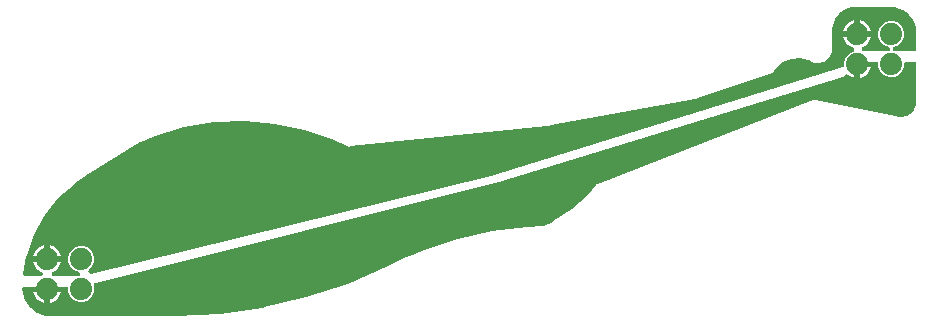
<source format=gbl>
G04 EAGLE Gerber X2 export*
G75*
%MOMM*%
%FSLAX34Y34*%
%LPD*%
%AMOC8*
5,1,8,0,0,1.08239X$1,22.5*%
G01*
%ADD10C,1.879600*%

G36*
X17901Y36081D02*
X17901Y36081D01*
X18028Y36084D01*
X18101Y36101D01*
X18176Y36109D01*
X18297Y36146D01*
X18420Y36174D01*
X18489Y36205D01*
X18561Y36227D01*
X18672Y36287D01*
X18788Y36339D01*
X18849Y36383D01*
X18915Y36419D01*
X19012Y36499D01*
X19115Y36573D01*
X19167Y36628D01*
X19224Y36676D01*
X19304Y36775D01*
X19390Y36867D01*
X19430Y36931D01*
X19477Y36990D01*
X19535Y37102D01*
X19601Y37210D01*
X19628Y37281D01*
X19662Y37347D01*
X19697Y37469D01*
X19741Y37587D01*
X19753Y37662D01*
X19774Y37734D01*
X19784Y37860D01*
X19804Y37985D01*
X19800Y38060D01*
X19807Y38136D01*
X19792Y38261D01*
X19787Y38387D01*
X19768Y38461D01*
X19760Y38535D01*
X19721Y38655D01*
X19690Y38778D01*
X19658Y38847D01*
X19635Y38918D01*
X19573Y39028D01*
X19519Y39143D01*
X19474Y39203D01*
X19437Y39269D01*
X19354Y39365D01*
X19279Y39466D01*
X19223Y39516D01*
X19174Y39574D01*
X19074Y39651D01*
X18980Y39736D01*
X18906Y39782D01*
X18856Y39820D01*
X18790Y39853D01*
X18698Y39910D01*
X17365Y40589D01*
X15844Y41694D01*
X14516Y43022D01*
X13411Y44543D01*
X12558Y46217D01*
X11977Y48004D01*
X11937Y48261D01*
X23114Y48261D01*
X23132Y48262D01*
X23149Y48261D01*
X23332Y48282D01*
X23514Y48301D01*
X23531Y48306D01*
X23549Y48308D01*
X23627Y48333D01*
X23764Y48294D01*
X23782Y48292D01*
X23799Y48288D01*
X24130Y48261D01*
X35307Y48261D01*
X35267Y48004D01*
X34686Y46217D01*
X33833Y44543D01*
X32728Y43022D01*
X31400Y41694D01*
X29879Y40589D01*
X28546Y39910D01*
X28440Y39842D01*
X28329Y39781D01*
X28271Y39733D01*
X28207Y39692D01*
X28116Y39604D01*
X28020Y39524D01*
X27972Y39465D01*
X27918Y39412D01*
X27846Y39308D01*
X27767Y39210D01*
X27733Y39143D01*
X27690Y39081D01*
X27640Y38965D01*
X27582Y38853D01*
X27561Y38780D01*
X27531Y38711D01*
X27505Y38587D01*
X27470Y38466D01*
X27464Y38391D01*
X27449Y38317D01*
X27448Y38190D01*
X27437Y38064D01*
X27446Y37990D01*
X27446Y37914D01*
X27470Y37790D01*
X27484Y37665D01*
X27508Y37593D01*
X27522Y37519D01*
X27570Y37402D01*
X27609Y37282D01*
X27646Y37216D01*
X27675Y37146D01*
X27745Y37041D01*
X27807Y36931D01*
X27856Y36874D01*
X27898Y36811D01*
X27988Y36722D01*
X28070Y36627D01*
X28130Y36580D01*
X28183Y36527D01*
X28289Y36457D01*
X28388Y36380D01*
X28456Y36346D01*
X28519Y36304D01*
X28636Y36257D01*
X28749Y36200D01*
X28822Y36181D01*
X28892Y36152D01*
X29015Y36129D01*
X29138Y36096D01*
X29225Y36089D01*
X29287Y36077D01*
X29360Y36078D01*
X29468Y36069D01*
X49388Y36069D01*
X49393Y36069D01*
X49397Y36069D01*
X49591Y36089D01*
X49789Y36109D01*
X49793Y36110D01*
X49797Y36110D01*
X49983Y36168D01*
X50174Y36227D01*
X50178Y36229D01*
X50182Y36230D01*
X50353Y36324D01*
X50528Y36419D01*
X50531Y36421D01*
X50535Y36424D01*
X50686Y36551D01*
X50837Y36676D01*
X50840Y36680D01*
X50843Y36683D01*
X50966Y36837D01*
X51089Y36990D01*
X51091Y36994D01*
X51094Y36998D01*
X51184Y37172D01*
X51275Y37347D01*
X51276Y37352D01*
X51278Y37356D01*
X51330Y37539D01*
X51386Y37734D01*
X51387Y37739D01*
X51388Y37743D01*
X51403Y37936D01*
X51419Y38136D01*
X51419Y38140D01*
X51419Y38144D01*
X51395Y38338D01*
X51372Y38535D01*
X51371Y38540D01*
X51370Y38544D01*
X51309Y38728D01*
X51247Y38918D01*
X51245Y38922D01*
X51244Y38926D01*
X51147Y39096D01*
X51049Y39269D01*
X51047Y39272D01*
X51044Y39276D01*
X50913Y39427D01*
X50786Y39574D01*
X50783Y39576D01*
X50780Y39580D01*
X50623Y39700D01*
X50468Y39820D01*
X50464Y39822D01*
X50461Y39825D01*
X50165Y39977D01*
X46391Y41540D01*
X43318Y44613D01*
X41655Y48627D01*
X41655Y52973D01*
X43318Y56987D01*
X46391Y60060D01*
X50405Y61723D01*
X54751Y61723D01*
X58765Y60060D01*
X61838Y56987D01*
X63501Y52973D01*
X63501Y48627D01*
X61838Y44613D01*
X59156Y41931D01*
X59124Y41891D01*
X59086Y41857D01*
X58996Y41736D01*
X58901Y41619D01*
X58877Y41574D01*
X58847Y41533D01*
X58783Y41397D01*
X58712Y41264D01*
X58698Y41215D01*
X58676Y41169D01*
X58640Y41022D01*
X58597Y40878D01*
X58593Y40827D01*
X58581Y40777D01*
X58575Y40627D01*
X58561Y40477D01*
X58566Y40426D01*
X58564Y40375D01*
X58588Y40226D01*
X58604Y40076D01*
X58620Y40028D01*
X58628Y39977D01*
X58680Y39836D01*
X58726Y39693D01*
X58751Y39648D01*
X58768Y39600D01*
X58848Y39472D01*
X58921Y39340D01*
X58954Y39301D01*
X58980Y39258D01*
X59084Y39148D01*
X59181Y39033D01*
X59221Y39002D01*
X59256Y38964D01*
X59379Y38877D01*
X59497Y38784D01*
X59543Y38761D01*
X59584Y38731D01*
X59722Y38670D01*
X59856Y38601D01*
X59905Y38588D01*
X59952Y38567D01*
X60098Y38534D01*
X60244Y38493D01*
X60295Y38490D01*
X60344Y38478D01*
X60495Y38475D01*
X60645Y38464D01*
X60696Y38470D01*
X60747Y38469D01*
X60976Y38506D01*
X61045Y38514D01*
X61058Y38519D01*
X61075Y38521D01*
X399262Y121217D01*
X399312Y121234D01*
X399380Y121249D01*
X697068Y213331D01*
X697175Y213376D01*
X697286Y213412D01*
X697361Y213454D01*
X697439Y213487D01*
X697535Y213553D01*
X697637Y213610D01*
X697701Y213666D01*
X697772Y213714D01*
X697854Y213797D01*
X697942Y213873D01*
X697994Y213941D01*
X698054Y214002D01*
X698117Y214100D01*
X698188Y214191D01*
X698226Y214268D01*
X698273Y214339D01*
X698316Y214448D01*
X698368Y214552D01*
X698390Y214634D01*
X698421Y214714D01*
X698442Y214828D01*
X698472Y214941D01*
X698480Y215041D01*
X698493Y215110D01*
X698492Y215177D01*
X698499Y215271D01*
X698499Y218073D01*
X700162Y222087D01*
X703235Y225160D01*
X705721Y226190D01*
X705799Y226232D01*
X705882Y226265D01*
X705976Y226326D01*
X706076Y226380D01*
X706144Y226436D01*
X706218Y226485D01*
X706299Y226564D01*
X706386Y226636D01*
X706442Y226705D01*
X706505Y226767D01*
X706569Y226861D01*
X706640Y226949D01*
X706681Y227027D01*
X706731Y227101D01*
X706774Y227205D01*
X706827Y227305D01*
X706852Y227390D01*
X706886Y227472D01*
X706908Y227583D01*
X706940Y227692D01*
X706948Y227780D01*
X706965Y227867D01*
X706965Y227980D01*
X706975Y228093D01*
X706965Y228181D01*
X706965Y228270D01*
X706942Y228381D01*
X706929Y228493D01*
X706902Y228578D01*
X706885Y228664D01*
X706841Y228769D01*
X706806Y228876D01*
X706763Y228954D01*
X706729Y229036D01*
X706665Y229129D01*
X706610Y229228D01*
X706552Y229295D01*
X706502Y229369D01*
X706422Y229448D01*
X706348Y229534D01*
X706278Y229588D01*
X706215Y229650D01*
X706120Y229712D01*
X706031Y229782D01*
X705952Y229822D01*
X705877Y229870D01*
X705747Y229925D01*
X705671Y229963D01*
X705627Y229975D01*
X705571Y229998D01*
X704839Y230236D01*
X703165Y231089D01*
X701644Y232194D01*
X700316Y233522D01*
X699211Y235043D01*
X698358Y236717D01*
X697777Y238504D01*
X697737Y238761D01*
X708914Y238761D01*
X708932Y238762D01*
X708949Y238761D01*
X709132Y238782D01*
X709314Y238801D01*
X709331Y238806D01*
X709349Y238808D01*
X709427Y238833D01*
X709564Y238794D01*
X709582Y238792D01*
X709599Y238788D01*
X709930Y238761D01*
X721107Y238761D01*
X721067Y238504D01*
X720486Y236717D01*
X719633Y235043D01*
X718528Y233522D01*
X717200Y232194D01*
X715679Y231089D01*
X714346Y230410D01*
X714240Y230342D01*
X714129Y230281D01*
X714071Y230233D01*
X714007Y230192D01*
X713916Y230104D01*
X713820Y230024D01*
X713772Y229965D01*
X713718Y229912D01*
X713646Y229808D01*
X713567Y229710D01*
X713533Y229643D01*
X713490Y229581D01*
X713440Y229465D01*
X713382Y229353D01*
X713361Y229280D01*
X713331Y229211D01*
X713305Y229087D01*
X713270Y228966D01*
X713264Y228891D01*
X713249Y228817D01*
X713248Y228690D01*
X713237Y228564D01*
X713246Y228490D01*
X713246Y228414D01*
X713270Y228290D01*
X713284Y228165D01*
X713308Y228093D01*
X713322Y228019D01*
X713370Y227902D01*
X713409Y227782D01*
X713446Y227716D01*
X713475Y227646D01*
X713545Y227541D01*
X713607Y227431D01*
X713656Y227374D01*
X713698Y227311D01*
X713788Y227222D01*
X713870Y227127D01*
X713930Y227080D01*
X713983Y227027D01*
X714089Y226957D01*
X714188Y226880D01*
X714256Y226846D01*
X714319Y226804D01*
X714436Y226757D01*
X714549Y226700D01*
X714622Y226681D01*
X714692Y226652D01*
X714815Y226629D01*
X714938Y226596D01*
X715025Y226589D01*
X715087Y226577D01*
X715160Y226578D01*
X715268Y226569D01*
X735188Y226569D01*
X735193Y226569D01*
X735197Y226569D01*
X735391Y226589D01*
X735589Y226609D01*
X735593Y226610D01*
X735597Y226610D01*
X735783Y226668D01*
X735974Y226727D01*
X735978Y226729D01*
X735982Y226730D01*
X736153Y226824D01*
X736328Y226919D01*
X736331Y226921D01*
X736335Y226924D01*
X736486Y227051D01*
X736637Y227176D01*
X736640Y227180D01*
X736643Y227183D01*
X736766Y227337D01*
X736889Y227490D01*
X736891Y227494D01*
X736894Y227498D01*
X736984Y227672D01*
X737075Y227847D01*
X737076Y227852D01*
X737078Y227856D01*
X737130Y228039D01*
X737186Y228234D01*
X737187Y228239D01*
X737188Y228243D01*
X737203Y228436D01*
X737219Y228636D01*
X737219Y228640D01*
X737219Y228644D01*
X737195Y228837D01*
X737172Y229035D01*
X737171Y229040D01*
X737170Y229044D01*
X737110Y229227D01*
X737047Y229418D01*
X737045Y229422D01*
X737044Y229426D01*
X736950Y229591D01*
X736849Y229769D01*
X736846Y229772D01*
X736844Y229776D01*
X736714Y229925D01*
X736586Y230074D01*
X736583Y230076D01*
X736580Y230080D01*
X736423Y230200D01*
X736268Y230320D01*
X736264Y230322D01*
X736261Y230325D01*
X735965Y230477D01*
X732191Y232040D01*
X729118Y235113D01*
X727455Y239127D01*
X727455Y243473D01*
X729118Y247487D01*
X732191Y250560D01*
X736205Y252223D01*
X740551Y252223D01*
X744565Y250560D01*
X747638Y247487D01*
X749301Y243473D01*
X749301Y239127D01*
X747638Y235113D01*
X744565Y232040D01*
X740791Y230477D01*
X740787Y230475D01*
X740782Y230473D01*
X740610Y230380D01*
X740436Y230286D01*
X740432Y230284D01*
X740428Y230281D01*
X740277Y230155D01*
X740125Y230030D01*
X740122Y230027D01*
X740119Y230024D01*
X739996Y229871D01*
X739872Y229717D01*
X739870Y229713D01*
X739867Y229710D01*
X739775Y229534D01*
X739685Y229361D01*
X739683Y229357D01*
X739681Y229353D01*
X739627Y229163D01*
X739571Y228974D01*
X739571Y228970D01*
X739570Y228966D01*
X739554Y228768D01*
X739537Y228573D01*
X739537Y228569D01*
X739537Y228564D01*
X739560Y228367D01*
X739582Y228173D01*
X739583Y228169D01*
X739584Y228165D01*
X739645Y227976D01*
X739705Y227790D01*
X739707Y227786D01*
X739709Y227782D01*
X739806Y227609D01*
X739902Y227438D01*
X739904Y227435D01*
X739907Y227431D01*
X740035Y227282D01*
X740163Y227133D01*
X740167Y227130D01*
X740170Y227127D01*
X740325Y227006D01*
X740480Y226884D01*
X740484Y226882D01*
X740488Y226880D01*
X740664Y226792D01*
X740840Y226704D01*
X740844Y226702D01*
X740848Y226700D01*
X741042Y226648D01*
X741228Y226597D01*
X741233Y226597D01*
X741237Y226596D01*
X741568Y226569D01*
X757428Y226569D01*
X757446Y226571D01*
X757464Y226569D01*
X757646Y226590D01*
X757829Y226609D01*
X757846Y226614D01*
X757863Y226616D01*
X758038Y226673D01*
X758214Y226727D01*
X758229Y226735D01*
X758246Y226741D01*
X758406Y226831D01*
X758568Y226919D01*
X758581Y226930D01*
X758597Y226939D01*
X758736Y227059D01*
X758877Y227176D01*
X758888Y227190D01*
X758902Y227202D01*
X759014Y227347D01*
X759129Y227490D01*
X759137Y227506D01*
X759148Y227520D01*
X759230Y227685D01*
X759315Y227847D01*
X759320Y227864D01*
X759328Y227881D01*
X759375Y228059D01*
X759426Y228234D01*
X759428Y228252D01*
X759432Y228269D01*
X759459Y228600D01*
X759459Y242893D01*
X759453Y242958D01*
X759453Y243052D01*
X759216Y246061D01*
X759203Y246133D01*
X759199Y246206D01*
X759160Y246371D01*
X759145Y246457D01*
X759133Y246488D01*
X759123Y246529D01*
X757263Y252253D01*
X757202Y252393D01*
X757147Y252536D01*
X757119Y252583D01*
X757102Y252622D01*
X757052Y252692D01*
X756975Y252819D01*
X753437Y257688D01*
X753336Y257802D01*
X753240Y257921D01*
X753198Y257957D01*
X753170Y257989D01*
X753101Y258040D01*
X752988Y258137D01*
X748119Y261675D01*
X747987Y261752D01*
X747859Y261835D01*
X747808Y261857D01*
X747772Y261878D01*
X747690Y261906D01*
X747553Y261963D01*
X741829Y263823D01*
X741758Y263839D01*
X741689Y263863D01*
X741521Y263890D01*
X741436Y263909D01*
X741403Y263909D01*
X741361Y263916D01*
X738352Y264153D01*
X738286Y264152D01*
X738193Y264159D01*
X707299Y264159D01*
X707233Y264153D01*
X707139Y264153D01*
X704491Y263945D01*
X704419Y263932D01*
X704346Y263928D01*
X704181Y263889D01*
X704095Y263873D01*
X704064Y263861D01*
X704023Y263851D01*
X698986Y262215D01*
X698846Y262154D01*
X698704Y262099D01*
X698657Y262070D01*
X698618Y262053D01*
X698547Y262004D01*
X698420Y261926D01*
X694136Y258814D01*
X694022Y258712D01*
X693903Y258616D01*
X693867Y258574D01*
X693835Y258546D01*
X693784Y258477D01*
X693686Y258364D01*
X690574Y254080D01*
X690496Y253948D01*
X690413Y253820D01*
X690392Y253769D01*
X690370Y253732D01*
X690342Y253651D01*
X690285Y253514D01*
X688649Y248477D01*
X688633Y248405D01*
X688608Y248336D01*
X688581Y248168D01*
X688563Y248083D01*
X688562Y248050D01*
X688555Y248009D01*
X688347Y245361D01*
X688348Y245294D01*
X688341Y245201D01*
X688341Y226218D01*
X685700Y220962D01*
X680980Y217450D01*
X675187Y216431D01*
X673554Y216921D01*
X673389Y216953D01*
X673224Y216991D01*
X673192Y216992D01*
X673159Y216998D01*
X672990Y216997D01*
X672822Y217001D01*
X672786Y216996D01*
X672757Y216995D01*
X672692Y216982D01*
X672279Y217234D01*
X672194Y217275D01*
X672113Y217325D01*
X671991Y217373D01*
X671917Y217409D01*
X671867Y217421D01*
X671804Y217446D01*
X671309Y217595D01*
X671305Y217601D01*
X671271Y217634D01*
X671243Y217672D01*
X671128Y217775D01*
X671018Y217884D01*
X670979Y217909D01*
X670944Y217941D01*
X670733Y218071D01*
X670682Y218104D01*
X670672Y218108D01*
X670661Y218115D01*
X668527Y219199D01*
X668459Y219225D01*
X668395Y219260D01*
X668233Y219313D01*
X668152Y219345D01*
X668120Y219350D01*
X668079Y219364D01*
X661318Y220978D01*
X661166Y220999D01*
X661016Y221026D01*
X660961Y221027D01*
X660919Y221032D01*
X660833Y221027D01*
X660684Y221027D01*
X653755Y220473D01*
X653605Y220446D01*
X653453Y220426D01*
X653400Y220409D01*
X653359Y220401D01*
X653279Y220370D01*
X653137Y220324D01*
X646718Y217656D01*
X646583Y217583D01*
X646445Y217518D01*
X646401Y217485D01*
X646363Y217465D01*
X646297Y217410D01*
X646176Y217323D01*
X640896Y212802D01*
X640845Y212749D01*
X640788Y212703D01*
X640678Y212574D01*
X640618Y212511D01*
X640600Y212483D01*
X640572Y212451D01*
X638592Y209718D01*
X638589Y209713D01*
X638585Y209709D01*
X638415Y209424D01*
X638023Y208630D01*
X637068Y208399D01*
X636998Y208374D01*
X636891Y208348D01*
X575021Y187312D01*
X574948Y187279D01*
X574871Y187254D01*
X574765Y187195D01*
X574654Y187145D01*
X574589Y187098D01*
X574519Y187059D01*
X574426Y186980D01*
X574372Y186941D01*
X573558Y186792D01*
X573487Y186771D01*
X573271Y186717D01*
X572493Y186452D01*
X572472Y186458D01*
X572351Y186468D01*
X572231Y186487D01*
X572150Y186484D01*
X572071Y186491D01*
X571915Y186475D01*
X571828Y186472D01*
X571790Y186463D01*
X571741Y186458D01*
X450432Y164177D01*
X450288Y164135D01*
X450142Y164101D01*
X450095Y164079D01*
X450046Y164065D01*
X449912Y163996D01*
X449879Y163980D01*
X448751Y163862D01*
X448687Y163848D01*
X448597Y163839D01*
X447495Y163637D01*
X447374Y163650D01*
X447226Y163674D01*
X447168Y163673D01*
X447123Y163677D01*
X447038Y163670D01*
X446894Y163666D01*
X280174Y146117D01*
X280115Y146105D01*
X280055Y146101D01*
X279861Y146052D01*
X279780Y146035D01*
X279760Y146027D01*
X279733Y146020D01*
X279181Y145832D01*
X279085Y145868D01*
X279083Y145869D01*
X279081Y145869D01*
X278881Y145901D01*
X278688Y145932D01*
X278686Y145932D01*
X278684Y145933D01*
X278646Y145932D01*
X278248Y146254D01*
X278171Y146304D01*
X278100Y146363D01*
X277981Y146429D01*
X277912Y146475D01*
X277867Y146493D01*
X277811Y146524D01*
X266542Y151646D01*
X266469Y151670D01*
X266365Y151716D01*
X242131Y160101D01*
X242046Y160121D01*
X241887Y160168D01*
X216798Y165475D01*
X216712Y165484D01*
X216548Y165511D01*
X190994Y167657D01*
X190907Y167656D01*
X190741Y167662D01*
X165119Y166614D01*
X165032Y166601D01*
X164867Y166587D01*
X139574Y162361D01*
X139490Y162338D01*
X139328Y162304D01*
X114757Y154965D01*
X114687Y154936D01*
X114578Y154902D01*
X102934Y150201D01*
X102923Y150195D01*
X102912Y150192D01*
X102617Y150040D01*
X55712Y120724D01*
X54672Y120074D01*
X54642Y120051D01*
X54600Y120027D01*
X47026Y114837D01*
X47017Y114828D01*
X47006Y114822D01*
X46940Y114766D01*
X46824Y114678D01*
X33119Y102480D01*
X33116Y102476D01*
X33111Y102473D01*
X32883Y102232D01*
X21421Y87906D01*
X21418Y87901D01*
X21415Y87897D01*
X21231Y87621D01*
X12337Y71574D01*
X12334Y71569D01*
X12331Y71565D01*
X12264Y71414D01*
X12232Y71353D01*
X12224Y71324D01*
X12196Y71262D01*
X6123Y53949D01*
X6122Y53944D01*
X6119Y53939D01*
X6037Y53618D01*
X3452Y38441D01*
X3439Y38253D01*
X3424Y38064D01*
X3425Y38052D01*
X3424Y38039D01*
X3449Y37852D01*
X3471Y37665D01*
X3475Y37653D01*
X3476Y37640D01*
X3537Y37462D01*
X3596Y37282D01*
X3602Y37271D01*
X3606Y37259D01*
X3701Y37096D01*
X3793Y36931D01*
X3802Y36922D01*
X3808Y36911D01*
X3934Y36769D01*
X4057Y36627D01*
X4066Y36619D01*
X4075Y36609D01*
X4227Y36495D01*
X4375Y36380D01*
X4386Y36374D01*
X4396Y36366D01*
X4566Y36284D01*
X4735Y36200D01*
X4747Y36197D01*
X4759Y36192D01*
X4940Y36145D01*
X5124Y36096D01*
X5138Y36095D01*
X5149Y36092D01*
X5212Y36089D01*
X5455Y36069D01*
X17776Y36069D01*
X17901Y36081D01*
G37*
G36*
X132973Y2379D02*
X132973Y2379D01*
X133049Y2377D01*
X169971Y4468D01*
X170042Y4479D01*
X170147Y4486D01*
X206747Y9786D01*
X206817Y9803D01*
X206921Y9819D01*
X242919Y18289D01*
X242987Y18312D01*
X243089Y18337D01*
X278212Y29912D01*
X278278Y29942D01*
X278378Y29975D01*
X312358Y44568D01*
X312407Y44595D01*
X312478Y44624D01*
X327542Y52296D01*
X327667Y52377D01*
X327797Y52451D01*
X327836Y52485D01*
X327881Y52514D01*
X327988Y52617D01*
X328022Y52647D01*
X329016Y53059D01*
X329086Y53097D01*
X329199Y53146D01*
X330095Y53628D01*
X330168Y53628D01*
X330292Y53654D01*
X330418Y53670D01*
X330501Y53697D01*
X330562Y53710D01*
X330630Y53739D01*
X330734Y53772D01*
X342926Y58829D01*
X371210Y67763D01*
X400165Y74197D01*
X429571Y78084D01*
X443476Y78698D01*
X443513Y78703D01*
X443551Y78703D01*
X443712Y78732D01*
X443875Y78756D01*
X443910Y78768D01*
X443947Y78775D01*
X444241Y78886D01*
X444254Y78891D01*
X444255Y78891D01*
X444257Y78892D01*
X452053Y82589D01*
X452127Y82634D01*
X452285Y82719D01*
X467996Y92873D01*
X468005Y92880D01*
X468015Y92886D01*
X468040Y92905D01*
X468063Y92918D01*
X468127Y92974D01*
X468276Y93091D01*
X481986Y105819D01*
X482043Y105884D01*
X482168Y106013D01*
X487850Y112875D01*
X487914Y112970D01*
X487987Y113060D01*
X488035Y113150D01*
X488075Y113209D01*
X488100Y113270D01*
X488145Y113352D01*
X488333Y113780D01*
X488437Y113832D01*
X488443Y113837D01*
X488451Y113841D01*
X488602Y113960D01*
X488755Y114079D01*
X488761Y114086D01*
X488767Y114091D01*
X488799Y114128D01*
X489341Y114203D01*
X489410Y114220D01*
X489481Y114228D01*
X489647Y114277D01*
X489732Y114298D01*
X489761Y114311D01*
X489799Y114322D01*
X671715Y185067D01*
X671763Y185092D01*
X671815Y185110D01*
X672006Y185215D01*
X672074Y185250D01*
X672087Y185260D01*
X672105Y185270D01*
X672603Y185602D01*
X672690Y185594D01*
X672697Y185595D01*
X672705Y185594D01*
X672896Y185615D01*
X673090Y185634D01*
X673098Y185636D01*
X673106Y185637D01*
X673127Y185644D01*
X673667Y185406D01*
X673719Y185389D01*
X673768Y185365D01*
X673978Y185305D01*
X674050Y185281D01*
X674067Y185279D01*
X674087Y185274D01*
X742476Y171596D01*
X742477Y171596D01*
X744333Y171224D01*
X744406Y171217D01*
X744511Y171197D01*
X746374Y170993D01*
X746478Y170992D01*
X746580Y170981D01*
X746699Y170990D01*
X746777Y170989D01*
X746833Y171000D01*
X746911Y171006D01*
X750600Y171587D01*
X750787Y171636D01*
X750973Y171683D01*
X750982Y171687D01*
X750989Y171689D01*
X751036Y171711D01*
X751275Y171820D01*
X754534Y173643D01*
X754693Y173753D01*
X754852Y173862D01*
X754858Y173869D01*
X754865Y173873D01*
X754900Y173910D01*
X755087Y174096D01*
X757513Y176935D01*
X757623Y177093D01*
X757735Y177250D01*
X757739Y177259D01*
X757743Y177265D01*
X757764Y177312D01*
X757875Y177551D01*
X759168Y181054D01*
X759194Y181154D01*
X759230Y181251D01*
X759250Y181368D01*
X759269Y181444D01*
X759273Y181501D01*
X759286Y181578D01*
X759451Y183445D01*
X759451Y183518D01*
X759459Y183625D01*
X759459Y215900D01*
X759457Y215918D01*
X759459Y215936D01*
X759438Y216118D01*
X759419Y216301D01*
X759414Y216318D01*
X759412Y216335D01*
X759355Y216510D01*
X759301Y216686D01*
X759293Y216701D01*
X759287Y216718D01*
X759197Y216878D01*
X759109Y217040D01*
X759098Y217053D01*
X759089Y217069D01*
X758969Y217208D01*
X758852Y217349D01*
X758838Y217360D01*
X758826Y217374D01*
X758681Y217486D01*
X758538Y217601D01*
X758522Y217609D01*
X758508Y217620D01*
X758343Y217702D01*
X758181Y217787D01*
X758164Y217792D01*
X758148Y217800D01*
X757969Y217847D01*
X757794Y217898D01*
X757776Y217900D01*
X757759Y217904D01*
X757428Y217931D01*
X751332Y217931D01*
X751314Y217929D01*
X751296Y217931D01*
X751114Y217910D01*
X750931Y217891D01*
X750914Y217886D01*
X750897Y217884D01*
X750722Y217827D01*
X750546Y217773D01*
X750531Y217765D01*
X750514Y217759D01*
X750354Y217669D01*
X750192Y217581D01*
X750179Y217570D01*
X750163Y217561D01*
X750024Y217441D01*
X749883Y217324D01*
X749872Y217310D01*
X749858Y217298D01*
X749746Y217153D01*
X749631Y217010D01*
X749623Y216994D01*
X749612Y216980D01*
X749530Y216815D01*
X749445Y216653D01*
X749440Y216636D01*
X749432Y216620D01*
X749385Y216441D01*
X749334Y216266D01*
X749332Y216248D01*
X749328Y216231D01*
X749301Y215900D01*
X749301Y213727D01*
X747638Y209713D01*
X744565Y206640D01*
X741429Y205341D01*
X740551Y204977D01*
X736205Y204977D01*
X732191Y206640D01*
X729118Y209713D01*
X727455Y213727D01*
X727455Y215900D01*
X727453Y215918D01*
X727455Y215936D01*
X727434Y216118D01*
X727415Y216301D01*
X727410Y216318D01*
X727408Y216335D01*
X727351Y216510D01*
X727297Y216686D01*
X727289Y216701D01*
X727283Y216718D01*
X727193Y216878D01*
X727105Y217040D01*
X727094Y217053D01*
X727085Y217069D01*
X726965Y217208D01*
X726848Y217349D01*
X726834Y217360D01*
X726822Y217374D01*
X726677Y217486D01*
X726534Y217601D01*
X726518Y217609D01*
X726504Y217620D01*
X726339Y217702D01*
X726177Y217787D01*
X726160Y217792D01*
X726144Y217800D01*
X725965Y217847D01*
X725790Y217898D01*
X725772Y217900D01*
X725755Y217904D01*
X725424Y217931D01*
X711200Y217931D01*
X711173Y217929D01*
X711147Y217931D01*
X710973Y217909D01*
X710799Y217891D01*
X710774Y217884D01*
X710747Y217880D01*
X710582Y217825D01*
X710414Y217773D01*
X710391Y217760D01*
X710366Y217752D01*
X710214Y217665D01*
X710060Y217581D01*
X710040Y217564D01*
X710017Y217551D01*
X709764Y217336D01*
X709256Y216828D01*
X709250Y216821D01*
X709243Y216816D01*
X709123Y216666D01*
X709001Y216517D01*
X708996Y216509D01*
X708991Y216502D01*
X708931Y216387D01*
X708929Y216386D01*
X708761Y216291D01*
X708754Y216286D01*
X708747Y216281D01*
X708494Y216066D01*
X707478Y215050D01*
X707476Y215049D01*
X707475Y215048D01*
X707460Y215029D01*
X707440Y215012D01*
X707333Y214874D01*
X707223Y214739D01*
X707210Y214715D01*
X707194Y214694D01*
X707116Y214537D01*
X707034Y214383D01*
X707026Y214358D01*
X707014Y214333D01*
X706969Y214164D01*
X706919Y213997D01*
X706917Y213971D01*
X706910Y213945D01*
X706883Y213614D01*
X706883Y204215D01*
X706626Y204255D01*
X704839Y204836D01*
X703165Y205689D01*
X701644Y206794D01*
X701593Y206824D01*
X701545Y206861D01*
X701419Y206925D01*
X701297Y206997D01*
X701240Y207016D01*
X701187Y207044D01*
X701050Y207082D01*
X700916Y207128D01*
X700857Y207135D01*
X700799Y207152D01*
X700657Y207162D01*
X700517Y207181D01*
X700457Y207177D01*
X700397Y207181D01*
X700256Y207163D01*
X700115Y207154D01*
X700057Y207138D01*
X699998Y207131D01*
X699863Y207085D01*
X699727Y207048D01*
X699673Y207021D01*
X699616Y207002D01*
X699493Y206932D01*
X699366Y206868D01*
X699319Y206831D01*
X699267Y206801D01*
X699114Y206671D01*
X699049Y206621D01*
X699035Y206604D01*
X699014Y206587D01*
X697423Y204995D01*
X405857Y116258D01*
X64624Y30950D01*
X64466Y30893D01*
X64307Y30842D01*
X64277Y30825D01*
X64245Y30814D01*
X64101Y30727D01*
X63955Y30646D01*
X63929Y30623D01*
X63900Y30606D01*
X63777Y30493D01*
X63649Y30384D01*
X63628Y30357D01*
X63603Y30334D01*
X63505Y30199D01*
X63401Y30067D01*
X63386Y30036D01*
X63366Y30009D01*
X63296Y29857D01*
X63220Y29707D01*
X63211Y29674D01*
X63197Y29643D01*
X63158Y29481D01*
X63114Y29319D01*
X63112Y29285D01*
X63104Y29252D01*
X63098Y29084D01*
X63086Y28917D01*
X63091Y28883D01*
X63090Y28849D01*
X63117Y28684D01*
X63139Y28518D01*
X63150Y28482D01*
X63155Y28452D01*
X63186Y28371D01*
X63240Y28202D01*
X63501Y27573D01*
X63501Y23227D01*
X61838Y19213D01*
X58765Y16140D01*
X54751Y14477D01*
X50405Y14477D01*
X46391Y16140D01*
X43318Y19213D01*
X41655Y23227D01*
X41655Y25400D01*
X41653Y25418D01*
X41655Y25436D01*
X41634Y25618D01*
X41615Y25801D01*
X41610Y25818D01*
X41608Y25835D01*
X41551Y26010D01*
X41497Y26186D01*
X41489Y26201D01*
X41483Y26218D01*
X41393Y26378D01*
X41305Y26540D01*
X41294Y26553D01*
X41285Y26569D01*
X41165Y26708D01*
X41048Y26849D01*
X41034Y26860D01*
X41022Y26874D01*
X40877Y26986D01*
X40734Y27101D01*
X40718Y27109D01*
X40704Y27120D01*
X40539Y27202D01*
X40377Y27287D01*
X40360Y27292D01*
X40344Y27300D01*
X40165Y27347D01*
X39990Y27398D01*
X39972Y27400D01*
X39955Y27404D01*
X39624Y27431D01*
X24130Y27431D01*
X24112Y27429D01*
X24095Y27431D01*
X23912Y27410D01*
X23730Y27391D01*
X23713Y27386D01*
X23695Y27384D01*
X23617Y27359D01*
X23480Y27398D01*
X23462Y27400D01*
X23445Y27404D01*
X23114Y27431D01*
X4620Y27431D01*
X4523Y27422D01*
X4426Y27422D01*
X4324Y27402D01*
X4220Y27391D01*
X4127Y27363D01*
X4031Y27344D01*
X3935Y27304D01*
X3835Y27273D01*
X3749Y27227D01*
X3659Y27189D01*
X3572Y27131D01*
X3481Y27081D01*
X3406Y27019D01*
X3325Y26964D01*
X3252Y26890D01*
X3172Y26824D01*
X3111Y26748D01*
X3042Y26678D01*
X2985Y26591D01*
X2919Y26510D01*
X2874Y26423D01*
X2821Y26342D01*
X2782Y26245D01*
X2734Y26153D01*
X2707Y26059D01*
X2670Y25968D01*
X2651Y25866D01*
X2622Y25766D01*
X2614Y25668D01*
X2597Y25572D01*
X2596Y25445D01*
X2590Y25364D01*
X2596Y25312D01*
X2595Y25241D01*
X2811Y22502D01*
X2824Y22430D01*
X2828Y22357D01*
X2847Y22274D01*
X2850Y22251D01*
X2860Y22221D01*
X2867Y22192D01*
X2882Y22106D01*
X2894Y22075D01*
X2904Y22034D01*
X4977Y15653D01*
X5039Y15513D01*
X5094Y15370D01*
X5122Y15323D01*
X5139Y15284D01*
X5189Y15214D01*
X5266Y15087D01*
X9210Y9659D01*
X9311Y9545D01*
X9407Y9426D01*
X9449Y9390D01*
X9477Y9358D01*
X9546Y9307D01*
X9659Y9210D01*
X15087Y5266D01*
X15219Y5189D01*
X15347Y5105D01*
X15398Y5084D01*
X15434Y5063D01*
X15516Y5035D01*
X15653Y4977D01*
X22034Y2904D01*
X22106Y2889D01*
X22175Y2864D01*
X22342Y2837D01*
X22427Y2818D01*
X22460Y2818D01*
X22502Y2811D01*
X25857Y2547D01*
X25923Y2548D01*
X26016Y2541D01*
X112488Y2541D01*
X112684Y2560D01*
X112880Y2579D01*
X112884Y2580D01*
X112889Y2581D01*
X112902Y2585D01*
X114308Y2542D01*
X114335Y2544D01*
X114370Y2541D01*
X115998Y2541D01*
X116194Y2523D01*
X132916Y2374D01*
X132973Y2379D01*
G37*
%LPC*%
G36*
X711961Y243839D02*
X711961Y243839D01*
X711961Y252985D01*
X712218Y252945D01*
X714005Y252364D01*
X715679Y251511D01*
X717200Y250406D01*
X718528Y249078D01*
X719633Y247557D01*
X720486Y245883D01*
X721067Y244096D01*
X721107Y243839D01*
X711961Y243839D01*
G37*
%LPD*%
%LPC*%
G36*
X26161Y53339D02*
X26161Y53339D01*
X26161Y62485D01*
X26418Y62445D01*
X28205Y61864D01*
X29879Y61011D01*
X31400Y59906D01*
X32728Y58578D01*
X33833Y57057D01*
X34686Y55383D01*
X35267Y53596D01*
X35307Y53339D01*
X26161Y53339D01*
G37*
%LPD*%
%LPC*%
G36*
X697737Y243839D02*
X697737Y243839D01*
X697777Y244096D01*
X698358Y245883D01*
X699211Y247557D01*
X700316Y249078D01*
X701644Y250406D01*
X703165Y251511D01*
X704839Y252364D01*
X706626Y252945D01*
X706883Y252985D01*
X706883Y243839D01*
X697737Y243839D01*
G37*
%LPD*%
%LPC*%
G36*
X711961Y213361D02*
X711961Y213361D01*
X721107Y213361D01*
X721067Y213104D01*
X720486Y211317D01*
X719633Y209643D01*
X718528Y208122D01*
X717200Y206794D01*
X715679Y205689D01*
X714005Y204836D01*
X712218Y204255D01*
X711961Y204215D01*
X711961Y213361D01*
G37*
%LPD*%
%LPC*%
G36*
X11937Y53339D02*
X11937Y53339D01*
X11977Y53596D01*
X12558Y55383D01*
X13411Y57057D01*
X14516Y58578D01*
X15844Y59906D01*
X17365Y61011D01*
X19039Y61864D01*
X20826Y62445D01*
X21083Y62485D01*
X21083Y53339D01*
X11937Y53339D01*
G37*
%LPD*%
%LPC*%
G36*
X26161Y22861D02*
X26161Y22861D01*
X35307Y22861D01*
X35267Y22604D01*
X34686Y20817D01*
X33833Y19143D01*
X32728Y17622D01*
X31400Y16294D01*
X29879Y15189D01*
X28205Y14336D01*
X26418Y13755D01*
X26161Y13715D01*
X26161Y22861D01*
G37*
%LPD*%
%LPC*%
G36*
X20826Y13755D02*
X20826Y13755D01*
X19039Y14336D01*
X17365Y15189D01*
X15844Y16294D01*
X14516Y17622D01*
X13411Y19143D01*
X12558Y20817D01*
X11977Y22604D01*
X11937Y22861D01*
X21083Y22861D01*
X21083Y13715D01*
X20826Y13755D01*
G37*
%LPD*%
D10*
X709422Y241300D03*
X738378Y241300D03*
X709422Y215900D03*
X738378Y215900D03*
X23622Y50800D03*
X52578Y50800D03*
X23622Y25400D03*
X52578Y25400D03*
M02*

</source>
